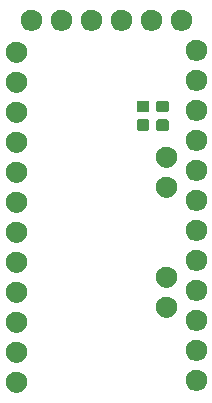
<source format=gbr>
G04 #@! TF.GenerationSoftware,KiCad,Pcbnew,5.1.5+dfsg1-2~bpo9+1*
G04 #@! TF.CreationDate,2020-04-12T14:16:49+02:00*
G04 #@! TF.ProjectId,RF-Arduino-Pro-Mini,52462d41-7264-4756-996e-6f2d50726f2d,rev?*
G04 #@! TF.SameCoordinates,Original*
G04 #@! TF.FileFunction,Soldermask,Bot*
G04 #@! TF.FilePolarity,Negative*
%FSLAX46Y46*%
G04 Gerber Fmt 4.6, Leading zero omitted, Abs format (unit mm)*
G04 Created by KiCad (PCBNEW 5.1.5+dfsg1-2~bpo9+1) date 2020-04-12 14:16:49*
%MOMM*%
%LPD*%
G04 APERTURE LIST*
%ADD10C,0.100000*%
G04 APERTURE END LIST*
D10*
G36*
X115683512Y-116103927D02*
G01*
X115832812Y-116133624D01*
X115996784Y-116201544D01*
X116144354Y-116300147D01*
X116269853Y-116425646D01*
X116368456Y-116573216D01*
X116436376Y-116737188D01*
X116471000Y-116911259D01*
X116471000Y-117088741D01*
X116436376Y-117262812D01*
X116368456Y-117426784D01*
X116269853Y-117574354D01*
X116144354Y-117699853D01*
X115996784Y-117798456D01*
X115832812Y-117866376D01*
X115683512Y-117896073D01*
X115658742Y-117901000D01*
X115481258Y-117901000D01*
X115456488Y-117896073D01*
X115307188Y-117866376D01*
X115143216Y-117798456D01*
X114995646Y-117699853D01*
X114870147Y-117574354D01*
X114771544Y-117426784D01*
X114703624Y-117262812D01*
X114669000Y-117088741D01*
X114669000Y-116911259D01*
X114703624Y-116737188D01*
X114771544Y-116573216D01*
X114870147Y-116425646D01*
X114995646Y-116300147D01*
X115143216Y-116201544D01*
X115307188Y-116133624D01*
X115456488Y-116103927D01*
X115481258Y-116099000D01*
X115658742Y-116099000D01*
X115683512Y-116103927D01*
G37*
G36*
X130923512Y-115943927D02*
G01*
X131072812Y-115973624D01*
X131236784Y-116041544D01*
X131384354Y-116140147D01*
X131509853Y-116265646D01*
X131608456Y-116413216D01*
X131676376Y-116577188D01*
X131711000Y-116751259D01*
X131711000Y-116928741D01*
X131676376Y-117102812D01*
X131608456Y-117266784D01*
X131509853Y-117414354D01*
X131384354Y-117539853D01*
X131236784Y-117638456D01*
X131072812Y-117706376D01*
X130923512Y-117736073D01*
X130898742Y-117741000D01*
X130721258Y-117741000D01*
X130696488Y-117736073D01*
X130547188Y-117706376D01*
X130383216Y-117638456D01*
X130235646Y-117539853D01*
X130110147Y-117414354D01*
X130011544Y-117266784D01*
X129943624Y-117102812D01*
X129909000Y-116928741D01*
X129909000Y-116751259D01*
X129943624Y-116577188D01*
X130011544Y-116413216D01*
X130110147Y-116265646D01*
X130235646Y-116140147D01*
X130383216Y-116041544D01*
X130547188Y-115973624D01*
X130696488Y-115943927D01*
X130721258Y-115939000D01*
X130898742Y-115939000D01*
X130923512Y-115943927D01*
G37*
G36*
X115683512Y-113563927D02*
G01*
X115832812Y-113593624D01*
X115996784Y-113661544D01*
X116144354Y-113760147D01*
X116269853Y-113885646D01*
X116368456Y-114033216D01*
X116436376Y-114197188D01*
X116471000Y-114371259D01*
X116471000Y-114548741D01*
X116436376Y-114722812D01*
X116368456Y-114886784D01*
X116269853Y-115034354D01*
X116144354Y-115159853D01*
X115996784Y-115258456D01*
X115832812Y-115326376D01*
X115683512Y-115356073D01*
X115658742Y-115361000D01*
X115481258Y-115361000D01*
X115456488Y-115356073D01*
X115307188Y-115326376D01*
X115143216Y-115258456D01*
X114995646Y-115159853D01*
X114870147Y-115034354D01*
X114771544Y-114886784D01*
X114703624Y-114722812D01*
X114669000Y-114548741D01*
X114669000Y-114371259D01*
X114703624Y-114197188D01*
X114771544Y-114033216D01*
X114870147Y-113885646D01*
X114995646Y-113760147D01*
X115143216Y-113661544D01*
X115307188Y-113593624D01*
X115456488Y-113563927D01*
X115481258Y-113559000D01*
X115658742Y-113559000D01*
X115683512Y-113563927D01*
G37*
G36*
X130923512Y-113403927D02*
G01*
X131072812Y-113433624D01*
X131236784Y-113501544D01*
X131384354Y-113600147D01*
X131509853Y-113725646D01*
X131608456Y-113873216D01*
X131676376Y-114037188D01*
X131711000Y-114211259D01*
X131711000Y-114388741D01*
X131676376Y-114562812D01*
X131608456Y-114726784D01*
X131509853Y-114874354D01*
X131384354Y-114999853D01*
X131236784Y-115098456D01*
X131072812Y-115166376D01*
X130923512Y-115196073D01*
X130898742Y-115201000D01*
X130721258Y-115201000D01*
X130696488Y-115196073D01*
X130547188Y-115166376D01*
X130383216Y-115098456D01*
X130235646Y-114999853D01*
X130110147Y-114874354D01*
X130011544Y-114726784D01*
X129943624Y-114562812D01*
X129909000Y-114388741D01*
X129909000Y-114211259D01*
X129943624Y-114037188D01*
X130011544Y-113873216D01*
X130110147Y-113725646D01*
X130235646Y-113600147D01*
X130383216Y-113501544D01*
X130547188Y-113433624D01*
X130696488Y-113403927D01*
X130721258Y-113399000D01*
X130898742Y-113399000D01*
X130923512Y-113403927D01*
G37*
G36*
X115683512Y-111023927D02*
G01*
X115832812Y-111053624D01*
X115996784Y-111121544D01*
X116144354Y-111220147D01*
X116269853Y-111345646D01*
X116368456Y-111493216D01*
X116436376Y-111657188D01*
X116471000Y-111831259D01*
X116471000Y-112008741D01*
X116436376Y-112182812D01*
X116368456Y-112346784D01*
X116269853Y-112494354D01*
X116144354Y-112619853D01*
X115996784Y-112718456D01*
X115832812Y-112786376D01*
X115683512Y-112816073D01*
X115658742Y-112821000D01*
X115481258Y-112821000D01*
X115456488Y-112816073D01*
X115307188Y-112786376D01*
X115143216Y-112718456D01*
X114995646Y-112619853D01*
X114870147Y-112494354D01*
X114771544Y-112346784D01*
X114703624Y-112182812D01*
X114669000Y-112008741D01*
X114669000Y-111831259D01*
X114703624Y-111657188D01*
X114771544Y-111493216D01*
X114870147Y-111345646D01*
X114995646Y-111220147D01*
X115143216Y-111121544D01*
X115307188Y-111053624D01*
X115456488Y-111023927D01*
X115481258Y-111019000D01*
X115658742Y-111019000D01*
X115683512Y-111023927D01*
G37*
G36*
X130923512Y-110863927D02*
G01*
X131072812Y-110893624D01*
X131236784Y-110961544D01*
X131384354Y-111060147D01*
X131509853Y-111185646D01*
X131608456Y-111333216D01*
X131676376Y-111497188D01*
X131711000Y-111671259D01*
X131711000Y-111848741D01*
X131676376Y-112022812D01*
X131608456Y-112186784D01*
X131509853Y-112334354D01*
X131384354Y-112459853D01*
X131236784Y-112558456D01*
X131072812Y-112626376D01*
X130923512Y-112656073D01*
X130898742Y-112661000D01*
X130721258Y-112661000D01*
X130696488Y-112656073D01*
X130547188Y-112626376D01*
X130383216Y-112558456D01*
X130235646Y-112459853D01*
X130110147Y-112334354D01*
X130011544Y-112186784D01*
X129943624Y-112022812D01*
X129909000Y-111848741D01*
X129909000Y-111671259D01*
X129943624Y-111497188D01*
X130011544Y-111333216D01*
X130110147Y-111185646D01*
X130235646Y-111060147D01*
X130383216Y-110961544D01*
X130547188Y-110893624D01*
X130696488Y-110863927D01*
X130721258Y-110859000D01*
X130898742Y-110859000D01*
X130923512Y-110863927D01*
G37*
G36*
X128383512Y-109753927D02*
G01*
X128532812Y-109783624D01*
X128696784Y-109851544D01*
X128844354Y-109950147D01*
X128969853Y-110075646D01*
X129068456Y-110223216D01*
X129136376Y-110387188D01*
X129171000Y-110561259D01*
X129171000Y-110738741D01*
X129136376Y-110912812D01*
X129068456Y-111076784D01*
X128969853Y-111224354D01*
X128844354Y-111349853D01*
X128696784Y-111448456D01*
X128532812Y-111516376D01*
X128383512Y-111546073D01*
X128358742Y-111551000D01*
X128181258Y-111551000D01*
X128156488Y-111546073D01*
X128007188Y-111516376D01*
X127843216Y-111448456D01*
X127695646Y-111349853D01*
X127570147Y-111224354D01*
X127471544Y-111076784D01*
X127403624Y-110912812D01*
X127369000Y-110738741D01*
X127369000Y-110561259D01*
X127403624Y-110387188D01*
X127471544Y-110223216D01*
X127570147Y-110075646D01*
X127695646Y-109950147D01*
X127843216Y-109851544D01*
X128007188Y-109783624D01*
X128156488Y-109753927D01*
X128181258Y-109749000D01*
X128358742Y-109749000D01*
X128383512Y-109753927D01*
G37*
G36*
X115683512Y-108483927D02*
G01*
X115832812Y-108513624D01*
X115996784Y-108581544D01*
X116144354Y-108680147D01*
X116269853Y-108805646D01*
X116368456Y-108953216D01*
X116436376Y-109117188D01*
X116471000Y-109291259D01*
X116471000Y-109468741D01*
X116436376Y-109642812D01*
X116368456Y-109806784D01*
X116269853Y-109954354D01*
X116144354Y-110079853D01*
X115996784Y-110178456D01*
X115832812Y-110246376D01*
X115683512Y-110276073D01*
X115658742Y-110281000D01*
X115481258Y-110281000D01*
X115456488Y-110276073D01*
X115307188Y-110246376D01*
X115143216Y-110178456D01*
X114995646Y-110079853D01*
X114870147Y-109954354D01*
X114771544Y-109806784D01*
X114703624Y-109642812D01*
X114669000Y-109468741D01*
X114669000Y-109291259D01*
X114703624Y-109117188D01*
X114771544Y-108953216D01*
X114870147Y-108805646D01*
X114995646Y-108680147D01*
X115143216Y-108581544D01*
X115307188Y-108513624D01*
X115456488Y-108483927D01*
X115481258Y-108479000D01*
X115658742Y-108479000D01*
X115683512Y-108483927D01*
G37*
G36*
X130923512Y-108323927D02*
G01*
X131072812Y-108353624D01*
X131236784Y-108421544D01*
X131384354Y-108520147D01*
X131509853Y-108645646D01*
X131608456Y-108793216D01*
X131676376Y-108957188D01*
X131711000Y-109131259D01*
X131711000Y-109308741D01*
X131676376Y-109482812D01*
X131608456Y-109646784D01*
X131509853Y-109794354D01*
X131384354Y-109919853D01*
X131236784Y-110018456D01*
X131072812Y-110086376D01*
X130923512Y-110116073D01*
X130898742Y-110121000D01*
X130721258Y-110121000D01*
X130696488Y-110116073D01*
X130547188Y-110086376D01*
X130383216Y-110018456D01*
X130235646Y-109919853D01*
X130110147Y-109794354D01*
X130011544Y-109646784D01*
X129943624Y-109482812D01*
X129909000Y-109308741D01*
X129909000Y-109131259D01*
X129943624Y-108957188D01*
X130011544Y-108793216D01*
X130110147Y-108645646D01*
X130235646Y-108520147D01*
X130383216Y-108421544D01*
X130547188Y-108353624D01*
X130696488Y-108323927D01*
X130721258Y-108319000D01*
X130898742Y-108319000D01*
X130923512Y-108323927D01*
G37*
G36*
X128383512Y-107213927D02*
G01*
X128532812Y-107243624D01*
X128696784Y-107311544D01*
X128844354Y-107410147D01*
X128969853Y-107535646D01*
X129068456Y-107683216D01*
X129136376Y-107847188D01*
X129171000Y-108021259D01*
X129171000Y-108198741D01*
X129136376Y-108372812D01*
X129068456Y-108536784D01*
X128969853Y-108684354D01*
X128844354Y-108809853D01*
X128696784Y-108908456D01*
X128532812Y-108976376D01*
X128383512Y-109006073D01*
X128358742Y-109011000D01*
X128181258Y-109011000D01*
X128156488Y-109006073D01*
X128007188Y-108976376D01*
X127843216Y-108908456D01*
X127695646Y-108809853D01*
X127570147Y-108684354D01*
X127471544Y-108536784D01*
X127403624Y-108372812D01*
X127369000Y-108198741D01*
X127369000Y-108021259D01*
X127403624Y-107847188D01*
X127471544Y-107683216D01*
X127570147Y-107535646D01*
X127695646Y-107410147D01*
X127843216Y-107311544D01*
X128007188Y-107243624D01*
X128156488Y-107213927D01*
X128181258Y-107209000D01*
X128358742Y-107209000D01*
X128383512Y-107213927D01*
G37*
G36*
X115683512Y-105943927D02*
G01*
X115832812Y-105973624D01*
X115996784Y-106041544D01*
X116144354Y-106140147D01*
X116269853Y-106265646D01*
X116368456Y-106413216D01*
X116436376Y-106577188D01*
X116471000Y-106751259D01*
X116471000Y-106928741D01*
X116436376Y-107102812D01*
X116368456Y-107266784D01*
X116269853Y-107414354D01*
X116144354Y-107539853D01*
X115996784Y-107638456D01*
X115832812Y-107706376D01*
X115683512Y-107736073D01*
X115658742Y-107741000D01*
X115481258Y-107741000D01*
X115456488Y-107736073D01*
X115307188Y-107706376D01*
X115143216Y-107638456D01*
X114995646Y-107539853D01*
X114870147Y-107414354D01*
X114771544Y-107266784D01*
X114703624Y-107102812D01*
X114669000Y-106928741D01*
X114669000Y-106751259D01*
X114703624Y-106577188D01*
X114771544Y-106413216D01*
X114870147Y-106265646D01*
X114995646Y-106140147D01*
X115143216Y-106041544D01*
X115307188Y-105973624D01*
X115456488Y-105943927D01*
X115481258Y-105939000D01*
X115658742Y-105939000D01*
X115683512Y-105943927D01*
G37*
G36*
X130923512Y-105783927D02*
G01*
X131072812Y-105813624D01*
X131236784Y-105881544D01*
X131384354Y-105980147D01*
X131509853Y-106105646D01*
X131608456Y-106253216D01*
X131676376Y-106417188D01*
X131711000Y-106591259D01*
X131711000Y-106768741D01*
X131676376Y-106942812D01*
X131608456Y-107106784D01*
X131509853Y-107254354D01*
X131384354Y-107379853D01*
X131236784Y-107478456D01*
X131072812Y-107546376D01*
X130923512Y-107576073D01*
X130898742Y-107581000D01*
X130721258Y-107581000D01*
X130696488Y-107576073D01*
X130547188Y-107546376D01*
X130383216Y-107478456D01*
X130235646Y-107379853D01*
X130110147Y-107254354D01*
X130011544Y-107106784D01*
X129943624Y-106942812D01*
X129909000Y-106768741D01*
X129909000Y-106591259D01*
X129943624Y-106417188D01*
X130011544Y-106253216D01*
X130110147Y-106105646D01*
X130235646Y-105980147D01*
X130383216Y-105881544D01*
X130547188Y-105813624D01*
X130696488Y-105783927D01*
X130721258Y-105779000D01*
X130898742Y-105779000D01*
X130923512Y-105783927D01*
G37*
G36*
X115683512Y-103403927D02*
G01*
X115832812Y-103433624D01*
X115996784Y-103501544D01*
X116144354Y-103600147D01*
X116269853Y-103725646D01*
X116368456Y-103873216D01*
X116436376Y-104037188D01*
X116471000Y-104211259D01*
X116471000Y-104388741D01*
X116436376Y-104562812D01*
X116368456Y-104726784D01*
X116269853Y-104874354D01*
X116144354Y-104999853D01*
X115996784Y-105098456D01*
X115832812Y-105166376D01*
X115683512Y-105196073D01*
X115658742Y-105201000D01*
X115481258Y-105201000D01*
X115456488Y-105196073D01*
X115307188Y-105166376D01*
X115143216Y-105098456D01*
X114995646Y-104999853D01*
X114870147Y-104874354D01*
X114771544Y-104726784D01*
X114703624Y-104562812D01*
X114669000Y-104388741D01*
X114669000Y-104211259D01*
X114703624Y-104037188D01*
X114771544Y-103873216D01*
X114870147Y-103725646D01*
X114995646Y-103600147D01*
X115143216Y-103501544D01*
X115307188Y-103433624D01*
X115456488Y-103403927D01*
X115481258Y-103399000D01*
X115658742Y-103399000D01*
X115683512Y-103403927D01*
G37*
G36*
X130923512Y-103243927D02*
G01*
X131072812Y-103273624D01*
X131236784Y-103341544D01*
X131384354Y-103440147D01*
X131509853Y-103565646D01*
X131608456Y-103713216D01*
X131676376Y-103877188D01*
X131711000Y-104051259D01*
X131711000Y-104228741D01*
X131676376Y-104402812D01*
X131608456Y-104566784D01*
X131509853Y-104714354D01*
X131384354Y-104839853D01*
X131236784Y-104938456D01*
X131072812Y-105006376D01*
X130923512Y-105036073D01*
X130898742Y-105041000D01*
X130721258Y-105041000D01*
X130696488Y-105036073D01*
X130547188Y-105006376D01*
X130383216Y-104938456D01*
X130235646Y-104839853D01*
X130110147Y-104714354D01*
X130011544Y-104566784D01*
X129943624Y-104402812D01*
X129909000Y-104228741D01*
X129909000Y-104051259D01*
X129943624Y-103877188D01*
X130011544Y-103713216D01*
X130110147Y-103565646D01*
X130235646Y-103440147D01*
X130383216Y-103341544D01*
X130547188Y-103273624D01*
X130696488Y-103243927D01*
X130721258Y-103239000D01*
X130898742Y-103239000D01*
X130923512Y-103243927D01*
G37*
G36*
X115683512Y-100863927D02*
G01*
X115832812Y-100893624D01*
X115996784Y-100961544D01*
X116144354Y-101060147D01*
X116269853Y-101185646D01*
X116368456Y-101333216D01*
X116436376Y-101497188D01*
X116471000Y-101671259D01*
X116471000Y-101848741D01*
X116436376Y-102022812D01*
X116368456Y-102186784D01*
X116269853Y-102334354D01*
X116144354Y-102459853D01*
X115996784Y-102558456D01*
X115832812Y-102626376D01*
X115683512Y-102656073D01*
X115658742Y-102661000D01*
X115481258Y-102661000D01*
X115456488Y-102656073D01*
X115307188Y-102626376D01*
X115143216Y-102558456D01*
X114995646Y-102459853D01*
X114870147Y-102334354D01*
X114771544Y-102186784D01*
X114703624Y-102022812D01*
X114669000Y-101848741D01*
X114669000Y-101671259D01*
X114703624Y-101497188D01*
X114771544Y-101333216D01*
X114870147Y-101185646D01*
X114995646Y-101060147D01*
X115143216Y-100961544D01*
X115307188Y-100893624D01*
X115456488Y-100863927D01*
X115481258Y-100859000D01*
X115658742Y-100859000D01*
X115683512Y-100863927D01*
G37*
G36*
X130923512Y-100703927D02*
G01*
X131072812Y-100733624D01*
X131236784Y-100801544D01*
X131384354Y-100900147D01*
X131509853Y-101025646D01*
X131608456Y-101173216D01*
X131676376Y-101337188D01*
X131711000Y-101511259D01*
X131711000Y-101688741D01*
X131676376Y-101862812D01*
X131608456Y-102026784D01*
X131509853Y-102174354D01*
X131384354Y-102299853D01*
X131236784Y-102398456D01*
X131072812Y-102466376D01*
X130923512Y-102496073D01*
X130898742Y-102501000D01*
X130721258Y-102501000D01*
X130696488Y-102496073D01*
X130547188Y-102466376D01*
X130383216Y-102398456D01*
X130235646Y-102299853D01*
X130110147Y-102174354D01*
X130011544Y-102026784D01*
X129943624Y-101862812D01*
X129909000Y-101688741D01*
X129909000Y-101511259D01*
X129943624Y-101337188D01*
X130011544Y-101173216D01*
X130110147Y-101025646D01*
X130235646Y-100900147D01*
X130383216Y-100801544D01*
X130547188Y-100733624D01*
X130696488Y-100703927D01*
X130721258Y-100699000D01*
X130898742Y-100699000D01*
X130923512Y-100703927D01*
G37*
G36*
X128383512Y-99593927D02*
G01*
X128532812Y-99623624D01*
X128696784Y-99691544D01*
X128844354Y-99790147D01*
X128969853Y-99915646D01*
X129068456Y-100063216D01*
X129136376Y-100227188D01*
X129171000Y-100401259D01*
X129171000Y-100578741D01*
X129136376Y-100752812D01*
X129068456Y-100916784D01*
X128969853Y-101064354D01*
X128844354Y-101189853D01*
X128696784Y-101288456D01*
X128532812Y-101356376D01*
X128383512Y-101386073D01*
X128358742Y-101391000D01*
X128181258Y-101391000D01*
X128156488Y-101386073D01*
X128007188Y-101356376D01*
X127843216Y-101288456D01*
X127695646Y-101189853D01*
X127570147Y-101064354D01*
X127471544Y-100916784D01*
X127403624Y-100752812D01*
X127369000Y-100578741D01*
X127369000Y-100401259D01*
X127403624Y-100227188D01*
X127471544Y-100063216D01*
X127570147Y-99915646D01*
X127695646Y-99790147D01*
X127843216Y-99691544D01*
X128007188Y-99623624D01*
X128156488Y-99593927D01*
X128181258Y-99589000D01*
X128358742Y-99589000D01*
X128383512Y-99593927D01*
G37*
G36*
X115683512Y-98323927D02*
G01*
X115832812Y-98353624D01*
X115996784Y-98421544D01*
X116144354Y-98520147D01*
X116269853Y-98645646D01*
X116368456Y-98793216D01*
X116436376Y-98957188D01*
X116471000Y-99131259D01*
X116471000Y-99308741D01*
X116436376Y-99482812D01*
X116368456Y-99646784D01*
X116269853Y-99794354D01*
X116144354Y-99919853D01*
X115996784Y-100018456D01*
X115832812Y-100086376D01*
X115683512Y-100116073D01*
X115658742Y-100121000D01*
X115481258Y-100121000D01*
X115456488Y-100116073D01*
X115307188Y-100086376D01*
X115143216Y-100018456D01*
X114995646Y-99919853D01*
X114870147Y-99794354D01*
X114771544Y-99646784D01*
X114703624Y-99482812D01*
X114669000Y-99308741D01*
X114669000Y-99131259D01*
X114703624Y-98957188D01*
X114771544Y-98793216D01*
X114870147Y-98645646D01*
X114995646Y-98520147D01*
X115143216Y-98421544D01*
X115307188Y-98353624D01*
X115456488Y-98323927D01*
X115481258Y-98319000D01*
X115658742Y-98319000D01*
X115683512Y-98323927D01*
G37*
G36*
X130923512Y-98163927D02*
G01*
X131072812Y-98193624D01*
X131236784Y-98261544D01*
X131384354Y-98360147D01*
X131509853Y-98485646D01*
X131608456Y-98633216D01*
X131676376Y-98797188D01*
X131711000Y-98971259D01*
X131711000Y-99148741D01*
X131676376Y-99322812D01*
X131608456Y-99486784D01*
X131509853Y-99634354D01*
X131384354Y-99759853D01*
X131236784Y-99858456D01*
X131072812Y-99926376D01*
X130923512Y-99956073D01*
X130898742Y-99961000D01*
X130721258Y-99961000D01*
X130696488Y-99956073D01*
X130547188Y-99926376D01*
X130383216Y-99858456D01*
X130235646Y-99759853D01*
X130110147Y-99634354D01*
X130011544Y-99486784D01*
X129943624Y-99322812D01*
X129909000Y-99148741D01*
X129909000Y-98971259D01*
X129943624Y-98797188D01*
X130011544Y-98633216D01*
X130110147Y-98485646D01*
X130235646Y-98360147D01*
X130383216Y-98261544D01*
X130547188Y-98193624D01*
X130696488Y-98163927D01*
X130721258Y-98159000D01*
X130898742Y-98159000D01*
X130923512Y-98163927D01*
G37*
G36*
X128383512Y-97053927D02*
G01*
X128532812Y-97083624D01*
X128696784Y-97151544D01*
X128844354Y-97250147D01*
X128969853Y-97375646D01*
X129068456Y-97523216D01*
X129136376Y-97687188D01*
X129171000Y-97861259D01*
X129171000Y-98038741D01*
X129136376Y-98212812D01*
X129068456Y-98376784D01*
X128969853Y-98524354D01*
X128844354Y-98649853D01*
X128696784Y-98748456D01*
X128532812Y-98816376D01*
X128383512Y-98846073D01*
X128358742Y-98851000D01*
X128181258Y-98851000D01*
X128156488Y-98846073D01*
X128007188Y-98816376D01*
X127843216Y-98748456D01*
X127695646Y-98649853D01*
X127570147Y-98524354D01*
X127471544Y-98376784D01*
X127403624Y-98212812D01*
X127369000Y-98038741D01*
X127369000Y-97861259D01*
X127403624Y-97687188D01*
X127471544Y-97523216D01*
X127570147Y-97375646D01*
X127695646Y-97250147D01*
X127843216Y-97151544D01*
X128007188Y-97083624D01*
X128156488Y-97053927D01*
X128181258Y-97049000D01*
X128358742Y-97049000D01*
X128383512Y-97053927D01*
G37*
G36*
X115683512Y-95783927D02*
G01*
X115832812Y-95813624D01*
X115996784Y-95881544D01*
X116144354Y-95980147D01*
X116269853Y-96105646D01*
X116368456Y-96253216D01*
X116436376Y-96417188D01*
X116471000Y-96591259D01*
X116471000Y-96768741D01*
X116436376Y-96942812D01*
X116368456Y-97106784D01*
X116269853Y-97254354D01*
X116144354Y-97379853D01*
X115996784Y-97478456D01*
X115832812Y-97546376D01*
X115683512Y-97576073D01*
X115658742Y-97581000D01*
X115481258Y-97581000D01*
X115456488Y-97576073D01*
X115307188Y-97546376D01*
X115143216Y-97478456D01*
X114995646Y-97379853D01*
X114870147Y-97254354D01*
X114771544Y-97106784D01*
X114703624Y-96942812D01*
X114669000Y-96768741D01*
X114669000Y-96591259D01*
X114703624Y-96417188D01*
X114771544Y-96253216D01*
X114870147Y-96105646D01*
X114995646Y-95980147D01*
X115143216Y-95881544D01*
X115307188Y-95813624D01*
X115456488Y-95783927D01*
X115481258Y-95779000D01*
X115658742Y-95779000D01*
X115683512Y-95783927D01*
G37*
G36*
X130923512Y-95623927D02*
G01*
X131072812Y-95653624D01*
X131236784Y-95721544D01*
X131384354Y-95820147D01*
X131509853Y-95945646D01*
X131608456Y-96093216D01*
X131676376Y-96257188D01*
X131711000Y-96431259D01*
X131711000Y-96608741D01*
X131676376Y-96782812D01*
X131608456Y-96946784D01*
X131509853Y-97094354D01*
X131384354Y-97219853D01*
X131236784Y-97318456D01*
X131072812Y-97386376D01*
X130923512Y-97416073D01*
X130898742Y-97421000D01*
X130721258Y-97421000D01*
X130696488Y-97416073D01*
X130547188Y-97386376D01*
X130383216Y-97318456D01*
X130235646Y-97219853D01*
X130110147Y-97094354D01*
X130011544Y-96946784D01*
X129943624Y-96782812D01*
X129909000Y-96608741D01*
X129909000Y-96431259D01*
X129943624Y-96257188D01*
X130011544Y-96093216D01*
X130110147Y-95945646D01*
X130235646Y-95820147D01*
X130383216Y-95721544D01*
X130547188Y-95653624D01*
X130696488Y-95623927D01*
X130721258Y-95619000D01*
X130898742Y-95619000D01*
X130923512Y-95623927D01*
G37*
G36*
X128333231Y-94752965D02*
G01*
X128367209Y-94763273D01*
X128398530Y-94780014D01*
X128425979Y-94802541D01*
X128448506Y-94829990D01*
X128465247Y-94861311D01*
X128475555Y-94895289D01*
X128479640Y-94936770D01*
X128479640Y-95537990D01*
X128475555Y-95579471D01*
X128465247Y-95613449D01*
X128448506Y-95644770D01*
X128425979Y-95672219D01*
X128398530Y-95694746D01*
X128367209Y-95711487D01*
X128333231Y-95721795D01*
X128291750Y-95725880D01*
X127615530Y-95725880D01*
X127574049Y-95721795D01*
X127540071Y-95711487D01*
X127508750Y-95694746D01*
X127481301Y-95672219D01*
X127458774Y-95644770D01*
X127442033Y-95613449D01*
X127431725Y-95579471D01*
X127427640Y-95537990D01*
X127427640Y-94936770D01*
X127431725Y-94895289D01*
X127442033Y-94861311D01*
X127458774Y-94829990D01*
X127481301Y-94802541D01*
X127508750Y-94780014D01*
X127540071Y-94763273D01*
X127574049Y-94752965D01*
X127615530Y-94748880D01*
X128291750Y-94748880D01*
X128333231Y-94752965D01*
G37*
G36*
X126672071Y-94747885D02*
G01*
X126706049Y-94758193D01*
X126737370Y-94774934D01*
X126764819Y-94797461D01*
X126787346Y-94824910D01*
X126804087Y-94856231D01*
X126814395Y-94890209D01*
X126818480Y-94931690D01*
X126818480Y-95532910D01*
X126814395Y-95574391D01*
X126804087Y-95608369D01*
X126787346Y-95639690D01*
X126764819Y-95667139D01*
X126737370Y-95689666D01*
X126706049Y-95706407D01*
X126672071Y-95716715D01*
X126630590Y-95720800D01*
X125954370Y-95720800D01*
X125912889Y-95716715D01*
X125878911Y-95706407D01*
X125847590Y-95689666D01*
X125820141Y-95667139D01*
X125797614Y-95639690D01*
X125780873Y-95608369D01*
X125770565Y-95574391D01*
X125766480Y-95532910D01*
X125766480Y-94931690D01*
X125770565Y-94890209D01*
X125780873Y-94856231D01*
X125797614Y-94824910D01*
X125820141Y-94797461D01*
X125847590Y-94774934D01*
X125878911Y-94758193D01*
X125912889Y-94747885D01*
X125954370Y-94743800D01*
X126630590Y-94743800D01*
X126672071Y-94747885D01*
G37*
G36*
X115683512Y-93243927D02*
G01*
X115832812Y-93273624D01*
X115996784Y-93341544D01*
X116144354Y-93440147D01*
X116269853Y-93565646D01*
X116368456Y-93713216D01*
X116436376Y-93877188D01*
X116471000Y-94051259D01*
X116471000Y-94228741D01*
X116436376Y-94402812D01*
X116368456Y-94566784D01*
X116269853Y-94714354D01*
X116144354Y-94839853D01*
X115996784Y-94938456D01*
X115832812Y-95006376D01*
X115683512Y-95036073D01*
X115658742Y-95041000D01*
X115481258Y-95041000D01*
X115456488Y-95036073D01*
X115307188Y-95006376D01*
X115143216Y-94938456D01*
X114995646Y-94839853D01*
X114870147Y-94714354D01*
X114771544Y-94566784D01*
X114703624Y-94402812D01*
X114669000Y-94228741D01*
X114669000Y-94051259D01*
X114703624Y-93877188D01*
X114771544Y-93713216D01*
X114870147Y-93565646D01*
X114995646Y-93440147D01*
X115143216Y-93341544D01*
X115307188Y-93273624D01*
X115456488Y-93243927D01*
X115481258Y-93239000D01*
X115658742Y-93239000D01*
X115683512Y-93243927D01*
G37*
G36*
X130923512Y-93083927D02*
G01*
X131072812Y-93113624D01*
X131236784Y-93181544D01*
X131384354Y-93280147D01*
X131509853Y-93405646D01*
X131608456Y-93553216D01*
X131676376Y-93717188D01*
X131706073Y-93866488D01*
X131711000Y-93891258D01*
X131711000Y-94068742D01*
X131709902Y-94074261D01*
X131676376Y-94242812D01*
X131608456Y-94406784D01*
X131509853Y-94554354D01*
X131384354Y-94679853D01*
X131236784Y-94778456D01*
X131072812Y-94846376D01*
X130923512Y-94876073D01*
X130898742Y-94881000D01*
X130721258Y-94881000D01*
X130696488Y-94876073D01*
X130547188Y-94846376D01*
X130383216Y-94778456D01*
X130235646Y-94679853D01*
X130110147Y-94554354D01*
X130011544Y-94406784D01*
X129943624Y-94242812D01*
X129910098Y-94074261D01*
X129909000Y-94068742D01*
X129909000Y-93891258D01*
X129913927Y-93866488D01*
X129943624Y-93717188D01*
X130011544Y-93553216D01*
X130110147Y-93405646D01*
X130235646Y-93280147D01*
X130383216Y-93181544D01*
X130547188Y-93113624D01*
X130696488Y-93083927D01*
X130721258Y-93079000D01*
X130898742Y-93079000D01*
X130923512Y-93083927D01*
G37*
G36*
X128333231Y-93177965D02*
G01*
X128367209Y-93188273D01*
X128398530Y-93205014D01*
X128425979Y-93227541D01*
X128448506Y-93254990D01*
X128465247Y-93286311D01*
X128475555Y-93320289D01*
X128479640Y-93361770D01*
X128479640Y-93962990D01*
X128475555Y-94004471D01*
X128465247Y-94038449D01*
X128448506Y-94069770D01*
X128425979Y-94097219D01*
X128398530Y-94119746D01*
X128367209Y-94136487D01*
X128333231Y-94146795D01*
X128291750Y-94150880D01*
X127615530Y-94150880D01*
X127574049Y-94146795D01*
X127540071Y-94136487D01*
X127508750Y-94119746D01*
X127481301Y-94097219D01*
X127458774Y-94069770D01*
X127442033Y-94038449D01*
X127431725Y-94004471D01*
X127427640Y-93962990D01*
X127427640Y-93361770D01*
X127431725Y-93320289D01*
X127442033Y-93286311D01*
X127458774Y-93254990D01*
X127481301Y-93227541D01*
X127508750Y-93205014D01*
X127540071Y-93188273D01*
X127574049Y-93177965D01*
X127615530Y-93173880D01*
X128291750Y-93173880D01*
X128333231Y-93177965D01*
G37*
G36*
X126672071Y-93172885D02*
G01*
X126706049Y-93183193D01*
X126737370Y-93199934D01*
X126764819Y-93222461D01*
X126787346Y-93249910D01*
X126804087Y-93281231D01*
X126814395Y-93315209D01*
X126818480Y-93356690D01*
X126818480Y-93957910D01*
X126814395Y-93999391D01*
X126804087Y-94033369D01*
X126787346Y-94064690D01*
X126764819Y-94092139D01*
X126737370Y-94114666D01*
X126706049Y-94131407D01*
X126672071Y-94141715D01*
X126630590Y-94145800D01*
X125954370Y-94145800D01*
X125912889Y-94141715D01*
X125878911Y-94131407D01*
X125847590Y-94114666D01*
X125820141Y-94092139D01*
X125797614Y-94064690D01*
X125780873Y-94033369D01*
X125770565Y-93999391D01*
X125766480Y-93957910D01*
X125766480Y-93356690D01*
X125770565Y-93315209D01*
X125780873Y-93281231D01*
X125797614Y-93249910D01*
X125820141Y-93222461D01*
X125847590Y-93199934D01*
X125878911Y-93183193D01*
X125912889Y-93172885D01*
X125954370Y-93168800D01*
X126630590Y-93168800D01*
X126672071Y-93172885D01*
G37*
G36*
X115683512Y-90703927D02*
G01*
X115832812Y-90733624D01*
X115996784Y-90801544D01*
X116144354Y-90900147D01*
X116269853Y-91025646D01*
X116368456Y-91173216D01*
X116436376Y-91337188D01*
X116471000Y-91511259D01*
X116471000Y-91688741D01*
X116436376Y-91862812D01*
X116368456Y-92026784D01*
X116269853Y-92174354D01*
X116144354Y-92299853D01*
X115996784Y-92398456D01*
X115832812Y-92466376D01*
X115683512Y-92496073D01*
X115658742Y-92501000D01*
X115481258Y-92501000D01*
X115456488Y-92496073D01*
X115307188Y-92466376D01*
X115143216Y-92398456D01*
X114995646Y-92299853D01*
X114870147Y-92174354D01*
X114771544Y-92026784D01*
X114703624Y-91862812D01*
X114669000Y-91688741D01*
X114669000Y-91511259D01*
X114703624Y-91337188D01*
X114771544Y-91173216D01*
X114870147Y-91025646D01*
X114995646Y-90900147D01*
X115143216Y-90801544D01*
X115307188Y-90733624D01*
X115456488Y-90703927D01*
X115481258Y-90699000D01*
X115658742Y-90699000D01*
X115683512Y-90703927D01*
G37*
G36*
X130923512Y-90543927D02*
G01*
X131072812Y-90573624D01*
X131236784Y-90641544D01*
X131384354Y-90740147D01*
X131509853Y-90865646D01*
X131608456Y-91013216D01*
X131676376Y-91177188D01*
X131711000Y-91351259D01*
X131711000Y-91528741D01*
X131676376Y-91702812D01*
X131608456Y-91866784D01*
X131509853Y-92014354D01*
X131384354Y-92139853D01*
X131236784Y-92238456D01*
X131072812Y-92306376D01*
X130923512Y-92336073D01*
X130898742Y-92341000D01*
X130721258Y-92341000D01*
X130696488Y-92336073D01*
X130547188Y-92306376D01*
X130383216Y-92238456D01*
X130235646Y-92139853D01*
X130110147Y-92014354D01*
X130011544Y-91866784D01*
X129943624Y-91702812D01*
X129909000Y-91528741D01*
X129909000Y-91351259D01*
X129943624Y-91177188D01*
X130011544Y-91013216D01*
X130110147Y-90865646D01*
X130235646Y-90740147D01*
X130383216Y-90641544D01*
X130547188Y-90573624D01*
X130696488Y-90543927D01*
X130721258Y-90539000D01*
X130898742Y-90539000D01*
X130923512Y-90543927D01*
G37*
G36*
X115683512Y-88163927D02*
G01*
X115832812Y-88193624D01*
X115996784Y-88261544D01*
X116144354Y-88360147D01*
X116269853Y-88485646D01*
X116368456Y-88633216D01*
X116436376Y-88797188D01*
X116471000Y-88971259D01*
X116471000Y-89148741D01*
X116436376Y-89322812D01*
X116368456Y-89486784D01*
X116269853Y-89634354D01*
X116144354Y-89759853D01*
X115996784Y-89858456D01*
X115832812Y-89926376D01*
X115683512Y-89956073D01*
X115658742Y-89961000D01*
X115481258Y-89961000D01*
X115456488Y-89956073D01*
X115307188Y-89926376D01*
X115143216Y-89858456D01*
X114995646Y-89759853D01*
X114870147Y-89634354D01*
X114771544Y-89486784D01*
X114703624Y-89322812D01*
X114669000Y-89148741D01*
X114669000Y-88971259D01*
X114703624Y-88797188D01*
X114771544Y-88633216D01*
X114870147Y-88485646D01*
X114995646Y-88360147D01*
X115143216Y-88261544D01*
X115307188Y-88193624D01*
X115456488Y-88163927D01*
X115481258Y-88159000D01*
X115658742Y-88159000D01*
X115683512Y-88163927D01*
G37*
G36*
X130923512Y-88003927D02*
G01*
X131072812Y-88033624D01*
X131236784Y-88101544D01*
X131384354Y-88200147D01*
X131509853Y-88325646D01*
X131608456Y-88473216D01*
X131676376Y-88637188D01*
X131711000Y-88811259D01*
X131711000Y-88988741D01*
X131676376Y-89162812D01*
X131608456Y-89326784D01*
X131509853Y-89474354D01*
X131384354Y-89599853D01*
X131236784Y-89698456D01*
X131072812Y-89766376D01*
X130923512Y-89796073D01*
X130898742Y-89801000D01*
X130721258Y-89801000D01*
X130696488Y-89796073D01*
X130547188Y-89766376D01*
X130383216Y-89698456D01*
X130235646Y-89599853D01*
X130110147Y-89474354D01*
X130011544Y-89326784D01*
X129943624Y-89162812D01*
X129909000Y-88988741D01*
X129909000Y-88811259D01*
X129943624Y-88637188D01*
X130011544Y-88473216D01*
X130110147Y-88325646D01*
X130235646Y-88200147D01*
X130383216Y-88101544D01*
X130547188Y-88033624D01*
X130696488Y-88003927D01*
X130721258Y-87999000D01*
X130898742Y-87999000D01*
X130923512Y-88003927D01*
G37*
G36*
X129653512Y-85463927D02*
G01*
X129802812Y-85493624D01*
X129966784Y-85561544D01*
X130114354Y-85660147D01*
X130239853Y-85785646D01*
X130338456Y-85933216D01*
X130406376Y-86097188D01*
X130441000Y-86271259D01*
X130441000Y-86448741D01*
X130406376Y-86622812D01*
X130338456Y-86786784D01*
X130239853Y-86934354D01*
X130114354Y-87059853D01*
X129966784Y-87158456D01*
X129802812Y-87226376D01*
X129653512Y-87256073D01*
X129628742Y-87261000D01*
X129451258Y-87261000D01*
X129426488Y-87256073D01*
X129277188Y-87226376D01*
X129113216Y-87158456D01*
X128965646Y-87059853D01*
X128840147Y-86934354D01*
X128741544Y-86786784D01*
X128673624Y-86622812D01*
X128639000Y-86448741D01*
X128639000Y-86271259D01*
X128673624Y-86097188D01*
X128741544Y-85933216D01*
X128840147Y-85785646D01*
X128965646Y-85660147D01*
X129113216Y-85561544D01*
X129277188Y-85493624D01*
X129426488Y-85463927D01*
X129451258Y-85459000D01*
X129628742Y-85459000D01*
X129653512Y-85463927D01*
G37*
G36*
X127113512Y-85463927D02*
G01*
X127262812Y-85493624D01*
X127426784Y-85561544D01*
X127574354Y-85660147D01*
X127699853Y-85785646D01*
X127798456Y-85933216D01*
X127866376Y-86097188D01*
X127901000Y-86271259D01*
X127901000Y-86448741D01*
X127866376Y-86622812D01*
X127798456Y-86786784D01*
X127699853Y-86934354D01*
X127574354Y-87059853D01*
X127426784Y-87158456D01*
X127262812Y-87226376D01*
X127113512Y-87256073D01*
X127088742Y-87261000D01*
X126911258Y-87261000D01*
X126886488Y-87256073D01*
X126737188Y-87226376D01*
X126573216Y-87158456D01*
X126425646Y-87059853D01*
X126300147Y-86934354D01*
X126201544Y-86786784D01*
X126133624Y-86622812D01*
X126099000Y-86448741D01*
X126099000Y-86271259D01*
X126133624Y-86097188D01*
X126201544Y-85933216D01*
X126300147Y-85785646D01*
X126425646Y-85660147D01*
X126573216Y-85561544D01*
X126737188Y-85493624D01*
X126886488Y-85463927D01*
X126911258Y-85459000D01*
X127088742Y-85459000D01*
X127113512Y-85463927D01*
G37*
G36*
X124573512Y-85463927D02*
G01*
X124722812Y-85493624D01*
X124886784Y-85561544D01*
X125034354Y-85660147D01*
X125159853Y-85785646D01*
X125258456Y-85933216D01*
X125326376Y-86097188D01*
X125361000Y-86271259D01*
X125361000Y-86448741D01*
X125326376Y-86622812D01*
X125258456Y-86786784D01*
X125159853Y-86934354D01*
X125034354Y-87059853D01*
X124886784Y-87158456D01*
X124722812Y-87226376D01*
X124573512Y-87256073D01*
X124548742Y-87261000D01*
X124371258Y-87261000D01*
X124346488Y-87256073D01*
X124197188Y-87226376D01*
X124033216Y-87158456D01*
X123885646Y-87059853D01*
X123760147Y-86934354D01*
X123661544Y-86786784D01*
X123593624Y-86622812D01*
X123559000Y-86448741D01*
X123559000Y-86271259D01*
X123593624Y-86097188D01*
X123661544Y-85933216D01*
X123760147Y-85785646D01*
X123885646Y-85660147D01*
X124033216Y-85561544D01*
X124197188Y-85493624D01*
X124346488Y-85463927D01*
X124371258Y-85459000D01*
X124548742Y-85459000D01*
X124573512Y-85463927D01*
G37*
G36*
X116953512Y-85463927D02*
G01*
X117102812Y-85493624D01*
X117266784Y-85561544D01*
X117414354Y-85660147D01*
X117539853Y-85785646D01*
X117638456Y-85933216D01*
X117706376Y-86097188D01*
X117741000Y-86271259D01*
X117741000Y-86448741D01*
X117706376Y-86622812D01*
X117638456Y-86786784D01*
X117539853Y-86934354D01*
X117414354Y-87059853D01*
X117266784Y-87158456D01*
X117102812Y-87226376D01*
X116953512Y-87256073D01*
X116928742Y-87261000D01*
X116751258Y-87261000D01*
X116726488Y-87256073D01*
X116577188Y-87226376D01*
X116413216Y-87158456D01*
X116265646Y-87059853D01*
X116140147Y-86934354D01*
X116041544Y-86786784D01*
X115973624Y-86622812D01*
X115939000Y-86448741D01*
X115939000Y-86271259D01*
X115973624Y-86097188D01*
X116041544Y-85933216D01*
X116140147Y-85785646D01*
X116265646Y-85660147D01*
X116413216Y-85561544D01*
X116577188Y-85493624D01*
X116726488Y-85463927D01*
X116751258Y-85459000D01*
X116928742Y-85459000D01*
X116953512Y-85463927D01*
G37*
G36*
X122033512Y-85463927D02*
G01*
X122182812Y-85493624D01*
X122346784Y-85561544D01*
X122494354Y-85660147D01*
X122619853Y-85785646D01*
X122718456Y-85933216D01*
X122786376Y-86097188D01*
X122821000Y-86271259D01*
X122821000Y-86448741D01*
X122786376Y-86622812D01*
X122718456Y-86786784D01*
X122619853Y-86934354D01*
X122494354Y-87059853D01*
X122346784Y-87158456D01*
X122182812Y-87226376D01*
X122033512Y-87256073D01*
X122008742Y-87261000D01*
X121831258Y-87261000D01*
X121806488Y-87256073D01*
X121657188Y-87226376D01*
X121493216Y-87158456D01*
X121345646Y-87059853D01*
X121220147Y-86934354D01*
X121121544Y-86786784D01*
X121053624Y-86622812D01*
X121019000Y-86448741D01*
X121019000Y-86271259D01*
X121053624Y-86097188D01*
X121121544Y-85933216D01*
X121220147Y-85785646D01*
X121345646Y-85660147D01*
X121493216Y-85561544D01*
X121657188Y-85493624D01*
X121806488Y-85463927D01*
X121831258Y-85459000D01*
X122008742Y-85459000D01*
X122033512Y-85463927D01*
G37*
G36*
X119493512Y-85463927D02*
G01*
X119642812Y-85493624D01*
X119806784Y-85561544D01*
X119954354Y-85660147D01*
X120079853Y-85785646D01*
X120178456Y-85933216D01*
X120246376Y-86097188D01*
X120281000Y-86271259D01*
X120281000Y-86448741D01*
X120246376Y-86622812D01*
X120178456Y-86786784D01*
X120079853Y-86934354D01*
X119954354Y-87059853D01*
X119806784Y-87158456D01*
X119642812Y-87226376D01*
X119493512Y-87256073D01*
X119468742Y-87261000D01*
X119291258Y-87261000D01*
X119266488Y-87256073D01*
X119117188Y-87226376D01*
X118953216Y-87158456D01*
X118805646Y-87059853D01*
X118680147Y-86934354D01*
X118581544Y-86786784D01*
X118513624Y-86622812D01*
X118479000Y-86448741D01*
X118479000Y-86271259D01*
X118513624Y-86097188D01*
X118581544Y-85933216D01*
X118680147Y-85785646D01*
X118805646Y-85660147D01*
X118953216Y-85561544D01*
X119117188Y-85493624D01*
X119266488Y-85463927D01*
X119291258Y-85459000D01*
X119468742Y-85459000D01*
X119493512Y-85463927D01*
G37*
M02*

</source>
